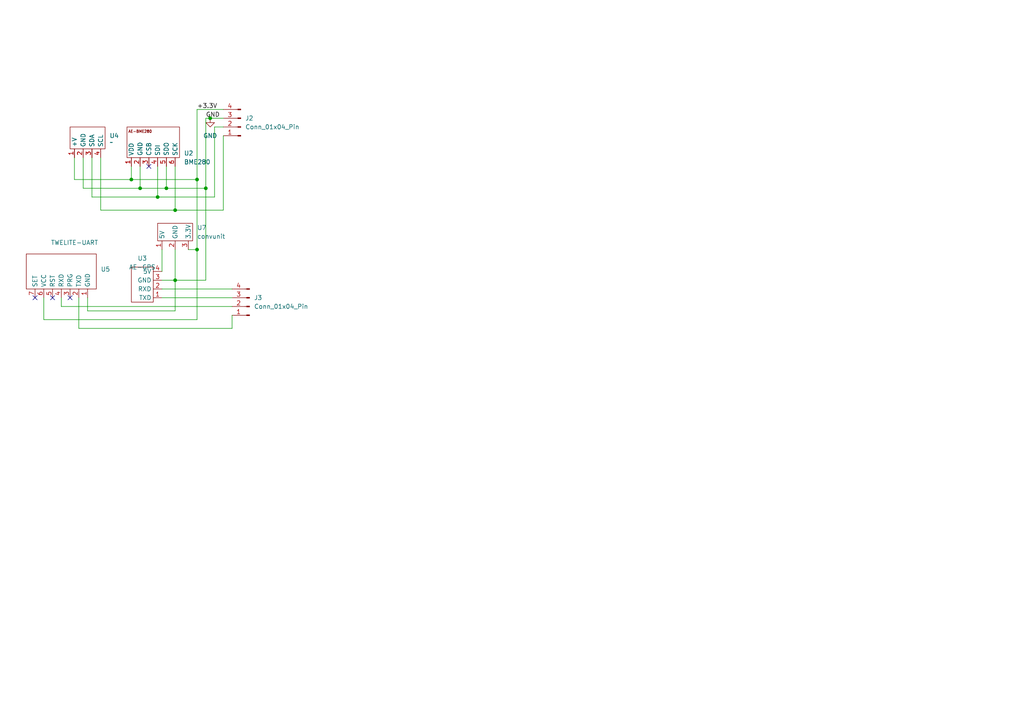
<source format=kicad_sch>
(kicad_sch (version 20231120) (generator "eeschema") (generator_version "8.0")
  (paper "A4")
  (lib_symbols
    (symbol "0_kasa_lib-2024-:AE-GPS"
      (property "Reference" "U" (at 0 -2.032 0))
      (property "Value" "AE-GPS" (at -0.254 -5.588 0))
      (symbol "AE-GPS_0_1"
        (rectangle (start -5.08 2.54) (end 5.08 -3.81))
      )
      (symbol "AE-GPS_1_1"
        (pin passive line (at 3.81 5.08 270) (length 2.54) (name "TXD") (number "1"))
        (pin passive line (at 1.27 5.08 270) (length 2.54) (name "RXD") (number "2"))
        (pin passive line (at -1.27 5.08 270) (length 2.54) (name "GND") (number "3"))
        (pin passive line (at -3.81 5.08 270) (length 2.54) (name "5V") (number "4"))
      )
    )
    (symbol "0_kasa_lib-2024-:AE-LSM9DS1"
      (property "Reference" "U" (at 0 -3.556 0))
      (symbol "AE-LSM9DS1_0_1"
        (rectangle (start -5.08 8.89) (end 5.08 2.54))
      )
      (symbol "AE-LSM9DS1_1_1"
        (pin passive line (at -3.81 0 90) (length 2.54) (name "+V") (number "1"))
        (pin passive line (at -1.27 0 90) (length 2.54) (name "GND") (number "2"))
        (pin passive line (at 1.27 0 90) (length 2.54) (name "SDA") (number "3"))
        (pin passive line (at 3.81 0 90) (length 2.54) (name "SCL") (number "4"))
      )
    )
    (symbol "0_kasa_lib-2024-:BME280"
      (property "Reference" "U" (at 0 6.35 0))
      (property "Value" "BME280" (at 11.684 -5.588 0))
      (symbol "BME280_0_0"
        (text "AE-BME280" (at -3.81 3.81 0) (effects (font (size 0.762 0.762))))
      )
      (symbol "BME280_0_1"
        (rectangle (start -20.32 -12.7) (end -20.32 -12.7))
        (rectangle (start -7.62 5.08) (end 7.62 -3.81))
      )
      (symbol "BME280_1_1"
        (pin passive line (at -6.35 -6.35 90) (length 2.54) (name "VDD") (number "1"))
        (pin passive line (at -3.81 -6.35 90) (length 2.54) (name "GND") (number "2"))
        (pin passive line (at -1.27 -6.35 90) (length 2.54) (name "CSB") (number "3"))
        (pin passive line (at 1.27 -6.35 90) (length 2.54) (name "SDI") (number "4"))
        (pin passive line (at 3.81 -6.35 90) (length 2.54) (name "SDO") (number "5"))
        (pin passive line (at 6.35 -6.35 90) (length 2.54) (name "SCK") (number "6"))
      )
    )
    (symbol "0_kasa_lib-2024-:TWELITE-UART"
      (property "Reference" "U" (at 0 12.7 0))
      (property "Value" "TWELITE-UART" (at -1.27 -3.81 0))
      (symbol "TWELITE-UART_0_1"
        (rectangle (start -10.16 10.16) (end 10.16 0))
      )
      (symbol "TWELITE-UART_1_1"
        (pin passive line (at 7.62 -2.54 90) (length 2.54) (name "GND") (number "1"))
        (pin passive line (at 5.08 -2.54 90) (length 2.54) (name "TXD") (number "2"))
        (pin passive line (at 2.54 -2.54 90) (length 2.54) (name "PRG") (number "3"))
        (pin passive line (at 0 -2.54 90) (length 2.54) (name "RXD") (number "4"))
        (pin passive line (at -2.54 -2.54 90) (length 2.54) (name "RST") (number "5"))
        (pin passive line (at -5.08 -2.54 90) (length 2.54) (name "VCC") (number "6"))
        (pin passive line (at -7.62 -2.54 90) (length 2.54) (name "SET") (number "7"))
      )
    )
    (symbol "0_kasa_lib-2024-:convunit"
      (property "Reference" "U" (at 0 6.096 0))
      (property "Value" "convunit" (at 0 0 0))
      (symbol "convunit_0_1"
        (rectangle (start -5.08 5.08) (end 5.08 0))
      )
      (symbol "convunit_1_1"
        (pin passive line (at -3.81 -2.54 90) (length 2.54) (name "5V") (number "1"))
        (pin passive line (at 0 -2.54 90) (length 2.54) (name "GND") (number "2"))
        (pin passive line (at 3.81 -2.54 90) (length 2.54) (name "3.3V") (number "3"))
      )
    )
    (symbol "Connector:Conn_01x04_Pin" (pin_names (offset 1.016) hide)
      (property "Reference" "J" (at 0 5.08 0))
      (property "Value" "Conn_01x04_Pin" (at 0 -7.62 0))
      (symbol "Conn_01x04_Pin_1_1"
        (polyline (pts (xy 1.27 -5.08) (xy 0.8636 -5.08)) (stroke (width 0.1524)))
        (polyline (pts (xy 1.27 -2.54) (xy 0.8636 -2.54)) (stroke (width 0.1524)))
        (polyline (pts (xy 1.27 0) (xy 0.8636 0)) (stroke (width 0.1524)))
        (polyline (pts (xy 1.27 2.54) (xy 0.8636 2.54)) (stroke (width 0.1524)))
        (rectangle (start 0.8636 -4.953) (end 0 -5.207) (stroke (width 0.1524)) (fill (type outline)))
        (rectangle (start 0.8636 -2.413) (end 0 -2.667) (stroke (width 0.1524)) (fill (type outline)))
        (rectangle (start 0.8636 0.127) (end 0 -0.127) (stroke (width 0.1524)) (fill (type outline)))
        (rectangle (start 0.8636 2.667) (end 0 2.413) (stroke (width 0.1524)) (fill (type outline)))
        (pin passive line (at 5.08 2.54 180) (length 3.81) (name "Pin_1") (number "1"))
        (pin passive line (at 5.08 0 180) (length 3.81) (name "Pin_2") (number "2"))
        (pin passive line (at 5.08 -2.54 180) (length 3.81) (name "Pin_3") (number "3"))
        (pin passive line (at 5.08 -5.08 180) (length 3.81) (name "Pin_4") (number "4"))
      )
    )
    (symbol "power:GND" (power) (pin_numbers hide) (pin_names (offset 0) hide)
      (property "Value" "GND" (at 0 -3.81 0))
      (symbol "GND_0_1"
        (polyline (pts (xy 0 0) (xy 0 -1.27) (xy 1.27 -1.27) (xy 0 -2.54) (xy -1.27 -1.27) (xy 0 -1.27)))
      )
      (symbol "GND_1_1"
        (pin power_in line (at 0 0 270) (length 0) (name "~") (number "1"))
      )
    )
  )
  (junction (at 50.8 81.28))
  (junction (at 38.1 52.07))
  (junction (at 40.64 54.61))
  (junction (at 57.15 52.07))
  (junction (at 57.15 72.39))
  (junction (at 59.69 54.61))
  (junction (at 48.26 54.61))
  (junction (at 50.8 60.96))
  (junction (at 60.96 34.29))
  (junction (at 45.72 57.15))
  (no_connect (at 43.18 48.26))
  (no_connect (at 15.24 86.36))
  (no_connect (at 10.16 86.36))
  (no_connect (at 20.32 86.36))
  (wire (pts (xy 22.86 95.25) (xy 67.31 95.25)))
  (wire (pts (xy 38.1 52.07) (xy 57.15 52.07)))
  (wire (pts (xy 12.7 86.36) (xy 12.7 92.71)))
  (wire (pts (xy 21.59 45.72) (xy 21.59 52.07)))
  (wire (pts (xy 24.13 45.72) (xy 24.13 54.61)))
  (wire (pts (xy 26.67 45.72) (xy 26.67 57.15)))
  (wire (pts (xy 29.21 60.96) (xy 50.8 60.96)))
  (wire (pts (xy 25.4 90.17) (xy 50.8 90.17)))
  (wire (pts (xy 40.64 54.61) (xy 48.26 54.61)))
  (wire (pts (xy 50.8 81.28) (xy 59.69 81.28)))
  (wire (pts (xy 50.8 60.96) (xy 64.77 60.96)))
  (wire (pts (xy 17.78 88.9) (xy 67.31 88.9)))
  (wire (pts (xy 60.96 34.29) (xy 59.69 34.29)))
  (wire (pts (xy 46.99 83.82) (xy 67.31 83.82)))
  (wire (pts (xy 40.64 48.26) (xy 40.64 54.61)))
  (wire (pts (xy 26.67 57.15) (xy 45.72 57.15)))
  (wire (pts (xy 57.15 31.75) (xy 57.15 52.07)))
  (wire (pts (xy 50.8 90.17) (xy 50.8 81.28)))
  (wire (pts (xy 64.77 36.83) (xy 62.23 36.83)))
  (wire (pts (xy 64.77 34.29) (xy 60.96 34.29)))
  (wire (pts (xy 59.69 54.61) (xy 59.69 81.28)))
  (wire (pts (xy 50.8 72.39) (xy 50.8 81.28)))
  (wire (pts (xy 46.99 86.36) (xy 67.31 86.36)))
  (wire (pts (xy 48.26 48.26) (xy 48.26 54.61)))
  (wire (pts (xy 64.77 60.96) (xy 64.77 39.37)))
  (wire (pts (xy 57.15 92.71) (xy 57.15 72.39)))
  (wire (pts (xy 17.78 88.9) (xy 17.78 86.36)))
  (wire (pts (xy 46.99 72.39) (xy 46.99 78.74)))
  (wire (pts (xy 22.86 86.36) (xy 22.86 95.25)))
  (wire (pts (xy 25.4 86.36) (xy 25.4 90.17)))
  (wire (pts (xy 57.15 72.39) (xy 57.15 52.07)))
  (wire (pts (xy 45.72 48.26) (xy 45.72 57.15)))
  (wire (pts (xy 59.69 34.29) (xy 59.69 54.61)))
  (wire (pts (xy 54.61 72.39) (xy 57.15 72.39)))
  (wire (pts (xy 46.99 81.28) (xy 50.8 81.28)))
  (wire (pts (xy 59.69 54.61) (xy 48.26 54.61)))
  (wire (pts (xy 64.77 31.75) (xy 57.15 31.75)))
  (wire (pts (xy 21.59 52.07) (xy 38.1 52.07)))
  (wire (pts (xy 62.23 36.83) (xy 62.23 57.15)))
  (wire (pts (xy 12.7 92.71) (xy 57.15 92.71)))
  (wire (pts (xy 67.31 91.44) (xy 67.31 95.25)))
  (wire (pts (xy 38.1 48.26) (xy 38.1 52.07)))
  (wire (pts (xy 45.72 57.15) (xy 62.23 57.15)))
  (wire (pts (xy 50.8 48.26) (xy 50.8 60.96)))
  (wire (pts (xy 24.13 54.61) (xy 40.64 54.61)))
  (wire (pts (xy 29.21 60.96) (xy 29.21 45.72)))
  (label "+3.3V" (at 57.15 31.75 0))
  (label "GND" (at 59.69 34.29 0))
  (symbol (lib_id "Connector:Conn_01x04_Pin") (at 69.85 36.83 180) (unit 1)
    (property "Reference" "J2" (at 71.12 34.2899 0) (effects (justify right)))
    (property "Value" "Conn_01x04_Pin" (at 71.12 36.8299 0) (effects (justify right)))
    (property "Footprint" "Connector_JST:JST_XH_S4B-XH-A_1x04_P2.50mm_Horizontal" (effects (hide yes)))
    (property "Description" "Generic connector, single row, 01x04, script generated" (effects (hide yes)))
  )
  (symbol (lib_id "0_kasa_lib-2024-:BME280") (at 44.45 41.91 0) (unit 1)
    (property "Reference" "U2" (at 53.34 44.4499 0) (effects (justify left)))
    (property "Value" "BME280" (at 53.34 46.9899 0) (effects (justify left)))
    (property "Footprint" "0_kasa_lib-2024-:AE-BME280" (effects (hide yes)))
  )
  (symbol (lib_id "power:GND") (at 60.96 34.29 0) (unit 1)
    (property "Reference" "#PWR01" (effects (hide yes)))
    (property "Value" "GND" (at 60.96 39.37 0))
    (property "Description" "Power symbol creates a global label with name \"GND\" , ground" (effects (hide yes)))
  )
  (symbol (lib_id "Connector:Conn_01x04_Pin") (at 72.39 88.9 180) (unit 1)
    (property "Reference" "J3" (at 73.66 86.3599 0) (effects (justify right)))
    (property "Value" "Conn_01x04_Pin" (at 73.66 88.8999 0) (effects (justify right)))
    (property "Footprint" "Connector_JST:JST_XH_S4B-XH-A_1x04_P2.50mm_Horizontal" (effects (hide yes)))
    (property "Description" "Generic connector, single row, 01x04, script generated" (effects (hide yes)))
  )
  (symbol (lib_id "0_kasa_lib-2024-:AE-LSM9DS1") (at 25.4 45.72 0) (unit 1)
    (property "Reference" "U4" (at 31.75 39.3699 0) (effects (justify left)))
    (property "Value" "~" (at 31.75 41.275 0) (effects (justify left)))
    (property "Footprint" "0_kasa_lib-2024-:AE-LSM9DS1-I2C" (effects (hide yes)))
  )
  (symbol (lib_id "0_kasa_lib-2024-:AE-GPS") (at 41.91 82.55 270) (unit 1)
    (property "Reference" "U3" (at 41.275 74.93 90))
    (property "Value" "AE-GPS" (at 41.275 77.47 90))
    (property "Footprint" "0_kasa_lib-2024-:AE-GPS" (effects (hide yes)))
  )
  (symbol (lib_id "0_kasa_lib-2024-:convunit") (at 50.8 69.85 0) (unit 1)
    (property "Reference" "U7" (at 57.15 66.0399 0) (effects (justify left)))
    (property "Value" "convunit" (at 57.15 68.5799 0) (effects (justify left)))
    (property "Footprint" "Connector_JST:JST_VH_B3P-VH_1x03_P3.96mm_Vertical" (effects (hide yes)))
  )
  (symbol (lib_id "0_kasa_lib-2024-:TWELITE-UART") (at 17.78 83.82 0) (unit 1)
    (property "Reference" "U5" (at 29.21 78.1049 0) (effects (justify left)))
    (property "Value" "TWELITE-UART" (at 14.732 70.358 0) (effects (justify left)))
    (property "Footprint" "0_kasa_lib-2024-:MW-R-UART-U" (effects (hide yes)))
  )
)
</source>
